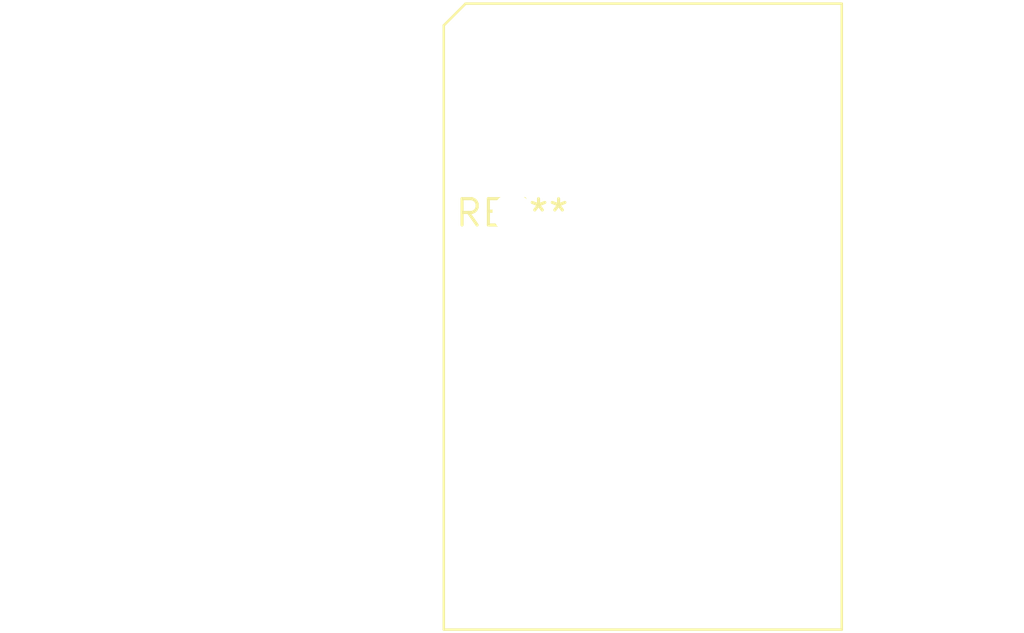
<source format=kicad_pcb>
(kicad_pcb (version 20240108) (generator pcbnew)
  (layers (0 "F.Cu" signal) (31 "B.Cu" signal) (34 "B.Paste" user) (35 "F.Paste" user) (36 "B.SilkS" user "B.Silkscreen") (37 "F.SilkS" user "F.Silkscreen") (38 "B.Mask" user) (39 "F.Mask" user) (44 "Edge.Cuts" user))
  (net 0 "")
  (footprint "L_CommonMode_PulseElectronics_PH9455x155NL_1" (layer "F.Cu") (at 0 0)
    (property "Reference" "REF**")
    (property "Value" "L_CommonMode_PulseElectronics_PH9455x155NL_1")
    (fp_line (start -3.3 -9.05) (end -3.3 20.1) (layer "F.SilkS") (stroke (width 0.12)))
    (fp_line (start -3.3 20.1) (end 15.9 20.1) (layer "F.SilkS") (stroke (width 0.12)))
    (fp_line (start -2.25 -10.1) (end -3.3 -9.05) (layer "F.SilkS") (stroke (width 0.12)))
    (fp_line (start 15.9 -10.1) (end -2.25 -10.1) (layer "F.SilkS") (stroke (width 0.12)))
    (fp_line (start 15.9 20.1) (end 15.9 -10.1) (layer "F.SilkS") (stroke (width 0.12)))
    (pad "1" thru_hole rect (at 0 0) (size 3.4 3.4) (drill 1.9) (layers *.Cu *.Mask) (remove_unused_layers))
    (pad "2" thru_hole circle (at 0 10) (size 3.4 3.4) (drill 1.9) (layers *.Cu *.Mask) (remove_unused_layers))
    (pad "3" thru_hole circle (at 12.6 10) (size 3.4 3.4) (drill 1.9) (layers *.Cu *.Mask) (remove_unused_layers))
    (pad "4" thru_hole circle (at 12.6 0) (size 3.4 3.4) (drill 1.9) (layers *.Cu *.Mask) (remove_unused_layers))
  )
)
</source>
